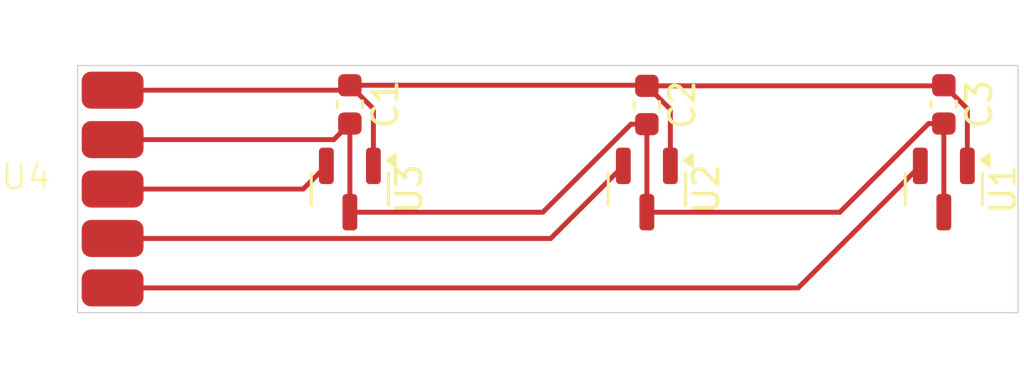
<source format=kicad_pcb>
(kicad_pcb (version 20240108) (generator "pcbnew") (generator_version "8.0")
  (layers (0 "F.Cu" signal) (31 "B.Cu" signal) (34 "B.Paste" user) (35 "F.Paste" user) (36 "B.SilkS" user "B.Silkscreen") (37 "F.SilkS" user "F.Silkscreen") (38 "B.Mask" user) (39 "F.Mask" user) (44 "Edge.Cuts" user))
  (net 0 "")
  (net 1 "GND")
  (net 2 "+3V3")
  (net 3 "Net-(U1-OUT)")
  (net 4 "Net-(U2-OUT)")
  (net 5 "Net-(U3-OUT)")
  (footprint "Package_TO_SOT_SMD:SOT-23" (layer "F.Cu") (at 172 94 -90)
    (property "Reference" "U2" (at 0 -2.4 90) (layer "F.SilkS"))
    (property "Value" "DRV5055A3xDBZxQ1")
    (fp_line (start 0 1.56) (end -0.65 1.56) (stroke (width 0.12)) (layer "F.SilkS"))
    (fp_line (start 0 1.56) (end 0.65 1.56) (stroke (width 0.12)) (layer "F.SilkS"))
    (fp_line (start 0 -1.56) (end -0.65 -1.56) (stroke (width 0.12)) (layer "F.SilkS"))
    (fp_line (start 0 -1.56) (end 0.65 -1.56) (stroke (width 0.12)) (layer "F.SilkS"))
    (fp_poly (pts (xy -1.1625 -1.51) (xy -1.4025 -1.84) (xy -0.9225 -1.84) (xy -1.1625 -1.51)) (stroke (width 0.12)) (fill solid) (layer "F.SilkS"))
    (pad "1" smd roundrect (at -0.9375 -0.95 270) (size 1.475 0.6) (layers "F.Cu" "F.Paste" "F.Mask") (net 2 "+3V3"))
    (pad "2" smd roundrect (at -0.9375 0.95 270) (size 1.475 0.6) (layers "F.Cu" "F.Paste" "F.Mask") (net 4 "Net-(U2-OUT)"))
    (pad "3" smd roundrect (at 0.9375 0 270) (size 1.475 0.6) (layers "F.Cu" "F.Paste" "F.Mask") (net 1 "GND"))
  )
  (footprint "Capacitor_SMD:C_0603_1608Metric" (layer "F.Cu") (at 184 90.575 -90)
    (property "Reference" "C3" (at 0 -1.43 90) (layer "F.SilkS"))
    (property "Value" "0.01u")
    (fp_line (start -0.14058 0.51) (end 0.14058 0.51) (stroke (width 0.12)) (layer "F.SilkS"))
    (fp_line (start -0.14058 -0.51) (end 0.14058 -0.51) (stroke (width 0.12)) (layer "F.SilkS"))
    (pad "1" smd roundrect (at -0.775 0 270) (size 0.9 0.95) (layers "F.Cu" "F.Paste" "F.Mask") (net 2 "+3V3"))
    (pad "2" smd roundrect (at 0.775 0 270) (size 0.9 0.95) (layers "F.Cu" "F.Paste" "F.Mask") (net 1 "GND"))
  )
  (footprint "Capacitor_SMD:C_0603_1608Metric" (layer "F.Cu") (at 160 90.575 -90)
    (property "Reference" "C1" (at 0 -1.43 -90) (layer "F.SilkS"))
    (property "Value" "0.01u")
    (fp_line (start -0.14058 0.51) (end 0.14058 0.51) (stroke (width 0.12)) (layer "F.SilkS"))
    (fp_line (start -0.14058 -0.51) (end 0.14058 -0.51) (stroke (width 0.12)) (layer "F.SilkS"))
    (pad "1" smd roundrect (at -0.775 0 270) (size 0.9 0.95) (layers "F.Cu" "F.Paste" "F.Mask") (net 2 "+3V3"))
    (pad "2" smd roundrect (at 0.775 0 270) (size 0.9 0.95) (layers "F.Cu" "F.Paste" "F.Mask") (net 1 "GND"))
  )
  (footprint "Package_TO_SOT_SMD:SOT-23" (layer "F.Cu") (at 160 94 -90)
    (property "Reference" "U3" (at 0 -2.4 90) (layer "F.SilkS"))
    (property "Value" "DRV5055A3xDBZxQ1")
    (fp_line (start 0 1.56) (end -0.65 1.56) (stroke (width 0.12)) (layer "F.SilkS"))
    (fp_line (start 0 1.56) (end 0.65 1.56) (stroke (width 0.12)) (layer "F.SilkS"))
    (fp_line (start 0 -1.56) (end -0.65 -1.56) (stroke (width 0.12)) (layer "F.SilkS"))
    (fp_line (start 0 -1.56) (end 0.65 -1.56) (stroke (width 0.12)) (layer "F.SilkS"))
    (fp_poly (pts (xy -1.1625 -1.51) (xy -1.4025 -1.84) (xy -0.9225 -1.84) (xy -1.1625 -1.51)) (stroke (width 0.12)) (fill solid) (layer "F.SilkS"))
    (pad "1" smd roundrect (at -0.9375 -0.95 270) (size 1.475 0.6) (layers "F.Cu" "F.Paste" "F.Mask") (net 2 "+3V3"))
    (pad "2" smd roundrect (at -0.9375 0.95 270) (size 1.475 0.6) (layers "F.Cu" "F.Paste" "F.Mask") (net 5 "Net-(U3-OUT)"))
    (pad "3" smd roundrect (at 0.9375 0 270) (size 1.475 0.6) (layers "F.Cu" "F.Paste" "F.Mask") (net 1 "GND"))
  )
  (footprint "Capacitor_SMD:C_0603_1608Metric" (layer "F.Cu") (at 172 90.6 -90)
    (property "Reference" "C2" (at 0 -1.43 90) (layer "F.SilkS"))
    (property "Value" "0.01u")
    (fp_line (start -0.14058 0.51) (end 0.14058 0.51) (stroke (width 0.12)) (layer "F.SilkS"))
    (fp_line (start -0.14058 -0.51) (end 0.14058 -0.51) (stroke (width 0.12)) (layer "F.SilkS"))
    (pad "1" smd roundrect (at -0.775 0 270) (size 0.9 0.95) (layers "F.Cu" "F.Paste" "F.Mask") (net 2 "+3V3"))
    (pad "2" smd roundrect (at 0.775 0 270) (size 0.9 0.95) (layers "F.Cu" "F.Paste" "F.Mask") (net 1 "GND"))
  )
  (footprint "my_custom_lib:PCB_HallEffect" (layer "F.Cu") (at 150.4125 94)
    (property "Reference" "U4" (at -3.5 -0.5 0) (layer "F.SilkS") (effects (font (thickness 0.1))))
    (property "Value" "~")
    (pad "1" smd roundrect (at 0 -4) (size 2.5 1.5) (layers "F.Cu" "F.Paste" "F.Mask") (net 2 "+3V3"))
    (pad "2" smd roundrect (at 0 -2) (size 2.5 1.5) (layers "F.Cu" "F.Paste" "F.Mask") (net 1 "GND"))
    (pad "3" smd roundrect (at 0 0) (size 2.5 1.5) (layers "F.Cu" "F.Paste" "F.Mask") (net 5 "Net-(U3-OUT)"))
    (pad "4" smd roundrect (at 0 2) (size 2.5 1.5) (layers "F.Cu" "F.Paste" "F.Mask") (net 4 "Net-(U2-OUT)"))
    (pad "5" smd roundrect (at 0 4) (size 2.5 1.5) (layers "F.Cu" "F.Paste" "F.Mask") (net 3 "Net-(U1-OUT)"))
  )
  (footprint "Package_TO_SOT_SMD:SOT-23" (layer "F.Cu") (at 184 94 -90)
    (property "Reference" "U1" (at 0 -2.4 90) (layer "F.SilkS"))
    (property "Value" "DRV5055A3xDBZxQ1")
    (fp_line (start 0 1.56) (end -0.65 1.56) (stroke (width 0.12)) (layer "F.SilkS"))
    (fp_line (start 0 1.56) (end 0.65 1.56) (stroke (width 0.12)) (layer "F.SilkS"))
    (fp_line (start 0 -1.56) (end -0.65 -1.56) (stroke (width 0.12)) (layer "F.SilkS"))
    (fp_line (start 0 -1.56) (end 0.65 -1.56) (stroke (width 0.12)) (layer "F.SilkS"))
    (fp_poly (pts (xy -1.1625 -1.51) (xy -1.4025 -1.84) (xy -0.9225 -1.84) (xy -1.1625 -1.51)) (stroke (width 0.12)) (fill solid) (layer "F.SilkS"))
    (pad "1" smd roundrect (at -0.9375 -0.95 270) (size 1.475 0.6) (layers "F.Cu" "F.Paste" "F.Mask") (net 2 "+3V3"))
    (pad "2" smd roundrect (at -0.9375 0.95 270) (size 1.475 0.6) (layers "F.Cu" "F.Paste" "F.Mask") (net 3 "Net-(U1-OUT)"))
    (pad "3" smd roundrect (at 0.9375 0 270) (size 1.475 0.6) (layers "F.Cu" "F.Paste" "F.Mask") (net 1 "GND"))
  )
  (gr_rect (start 149 89) (end 187 99) (stroke (width 0.05)) (fill none) (layer "Edge.Cuts"))
  (segment (start 150.4125 92) (end 159.35 92) (width 0.2) (layer "F.Cu") (net 1))
  (segment (start 184 91.35) (end 184 94.9375) (width 0.2) (layer "F.Cu") (net 1))
  (segment (start 183.384448 91.35) (end 184 91.35) (width 0.2) (layer "F.Cu") (net 1))
  (segment (start 172 91.375) (end 172 94.9375) (width 0.2) (layer "F.Cu") (net 1))
  (segment (start 160 94.9375) (end 167.796948 94.9375) (width 0.2) (layer "F.Cu") (net 1))
  (segment (start 179.796948 94.9375) (end 183.384448 91.35) (width 0.2) (layer "F.Cu") (net 1))
  (segment (start 160 94.9375) (end 160 91.35) (width 0.2) (layer "F.Cu") (net 1))
  (segment (start 167.796948 94.9375) (end 171.359448 91.375) (width 0.2) (layer "F.Cu") (net 1))
  (segment (start 171.359448 91.375) (end 172 91.375) (width 0.2) (layer "F.Cu") (net 1))
  (segment (start 172 94.9375) (end 179.796948 94.9375) (width 0.2) (layer "F.Cu") (net 1))
  (segment (start 159.35 92) (end 160 91.35) (width 0.2) (layer "F.Cu") (net 1))
  (segment (start 184 89.8) (end 184.95 90.75) (width 0.2) (layer "F.Cu") (net 2))
  (segment (start 184.95 90.75) (end 184.95 93.0625) (width 0.2) (layer "F.Cu") (net 2))
  (segment (start 171.975 89.8) (end 172 89.825) (width 0.2) (layer "F.Cu") (net 2))
  (segment (start 160.95 90.75) (end 160.95 93.0625) (width 0.2) (layer "F.Cu") (net 2))
  (segment (start 160 89.8) (end 160.95 90.75) (width 0.2) (layer "F.Cu") (net 2))
  (segment (start 160 89.8) (end 171.975 89.8) (width 0.2) (layer "F.Cu") (net 2))
  (segment (start 159.8 90) (end 160 89.8) (width 0.2) (layer "F.Cu") (net 2))
  (segment (start 172 89.825) (end 183.975 89.825) (width 0.2) (layer "F.Cu") (net 2))
  (segment (start 172 89.825) (end 172.95 90.775) (width 0.2) (layer "F.Cu") (net 2))
  (segment (start 172.95 90.775) (end 172.95 93.0625) (width 0.2) (layer "F.Cu") (net 2))
  (segment (start 150.4125 90) (end 159.8 90) (width 0.2) (layer "F.Cu") (net 2))
  (segment (start 183.975 89.825) (end 184 89.8) (width 0.2) (layer "F.Cu") (net 2))
  (segment (start 178.1125 98) (end 183.05 93.0625) (width 0.2) (layer "F.Cu") (net 3))
  (segment (start 150.4125 98) (end 178.1125 98) (width 0.2) (layer "F.Cu") (net 3))
  (segment (start 168.1125 96) (end 150.4125 96) (width 0.2) (layer "F.Cu") (net 4))
  (segment (start 171.05 93.0625) (end 168.1125 96) (width 0.2) (layer "F.Cu") (net 4))
  (segment (start 159.05 93.0625) (end 158.1125 94) (width 0.2) (layer "F.Cu") (net 5))
  (segment (start 158.1125 94) (end 150.4125 94) (width 0.2) (layer "F.Cu") (net 5))
)
</source>
